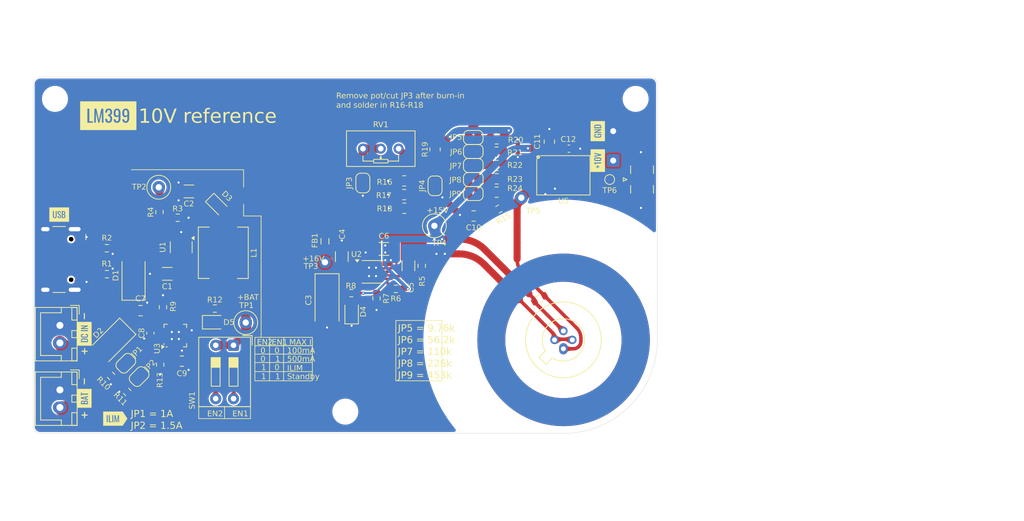
<source format=kicad_pcb>
(kicad_pcb
	(version 20241229)
	(generator "pcbnew")
	(generator_version "9.0")
	(general
		(thickness 1.6)
		(legacy_teardrops no)
	)
	(paper "A4")
	(layers
		(0 "F.Cu" signal)
		(2 "B.Cu" signal)
		(9 "F.Adhes" user "F.Adhesive")
		(11 "B.Adhes" user "B.Adhesive")
		(13 "F.Paste" user)
		(15 "B.Paste" user)
		(5 "F.SilkS" user "F.Silkscreen")
		(7 "B.SilkS" user "B.Silkscreen")
		(1 "F.Mask" user)
		(3 "B.Mask" user)
		(17 "Dwgs.User" user "User.Drawings")
		(19 "Cmts.User" user "User.Comments")
		(21 "Eco1.User" user "User.Eco1")
		(23 "Eco2.User" user "User.Eco2")
		(25 "Edge.Cuts" user)
		(27 "Margin" user)
		(31 "F.CrtYd" user "F.Courtyard")
		(29 "B.CrtYd" user "B.Courtyard")
		(35 "F.Fab" user)
		(33 "B.Fab" user)
		(39 "User.1" user)
		(41 "User.2" user)
		(43 "User.3" user)
		(45 "User.4" user)
	)
	(setup
		(stackup
			(layer "F.SilkS"
				(type "Top Silk Screen")
			)
			(layer "F.Paste"
				(type "Top Solder Paste")
			)
			(layer "F.Mask"
				(type "Top Solder Mask")
				(thickness 0.01)
			)
			(layer "F.Cu"
				(type "copper")
				(thickness 0.035)
			)
			(layer "dielectric 1"
				(type "core")
				(thickness 1.51)
				(material "FR4")
				(epsilon_r 4.5)
				(loss_tangent 0.02)
			)
			(layer "B.Cu"
				(type "copper")
				(thickness 0.035)
			)
			(layer "B.Mask"
				(type "Bottom Solder Mask")
				(thickness 0.01)
			)
			(layer "B.Paste"
				(type "Bottom Solder Paste")
			)
			(layer "B.SilkS"
				(type "Bottom Silk Screen")
			)
			(copper_finish "None")
			(dielectric_constraints no)
		)
		(pad_to_mask_clearance 0)
		(allow_soldermask_bridges_in_footprints no)
		(tenting front back)
		(grid_origin 38.2 89.55)
		(pcbplotparams
			(layerselection 0x00000000_00000000_55555555_5755f5ff)
			(plot_on_all_layers_selection 0x00000000_00000000_00000000_00000000)
			(disableapertmacros no)
			(usegerberextensions no)
			(usegerberattributes yes)
			(usegerberadvancedattributes yes)
			(creategerberjobfile yes)
			(dashed_line_dash_ratio 12.000000)
			(dashed_line_gap_ratio 3.000000)
			(svgprecision 4)
			(plotframeref no)
			(mode 1)
			(useauxorigin no)
			(hpglpennumber 1)
			(hpglpenspeed 20)
			(hpglpendiameter 15.000000)
			(pdf_front_fp_property_popups yes)
			(pdf_back_fp_property_popups yes)
			(pdf_metadata yes)
			(pdf_single_document no)
			(dxfpolygonmode yes)
			(dxfimperialunits yes)
			(dxfusepcbnewfont yes)
			(psnegative no)
			(psa4output no)
			(plot_black_and_white yes)
			(sketchpadsonfab no)
			(plotpadnumbers no)
			(hidednponfab no)
			(sketchdnponfab yes)
			(crossoutdnponfab yes)
			(subtractmaskfromsilk no)
			(outputformat 1)
			(mirror no)
			(drillshape 1)
			(scaleselection 1)
			(outputdirectory "")
		)
	)
	(net 0 "")
	(net 1 "GND")
	(net 2 "VDD")
	(net 3 "Net-(D3-K)")
	(net 4 "+16V")
	(net 5 "Net-(U2-SET)")
	(net 6 "+15V")
	(net 7 "VCC")
	(net 8 "+BATT")
	(net 9 "Net-(C10-Pad1)")
	(net 10 "Net-(D1-A)")
	(net 11 "Net-(D2-A)")
	(net 12 "Net-(D3-A)")
	(net 13 "Net-(D4-A)")
	(net 14 "Net-(D5-A)")
	(net 15 "Net-(D5-K)")
	(net 16 "unconnected-(J1-D+-PadA6)")
	(net 17 "Net-(J1-CC1)")
	(net 18 "unconnected-(J1-D--PadB7)")
	(net 19 "unconnected-(J1-D+-PadB6)")
	(net 20 "unconnected-(J1-SBU1-PadA8)")
	(net 21 "Net-(J1-CC2)")
	(net 22 "unconnected-(J1-SBU2-PadB8)")
	(net 23 "unconnected-(J1-D--PadA7)")
	(net 24 "+10V")
	(net 25 "Net-(JP1-B)")
	(net 26 "Net-(JP1-A)")
	(net 27 "Net-(JP2-A)")
	(net 28 "Net-(JP3-A)")
	(net 29 "Net-(JP4-B)")
	(net 30 "Net-(JP5-B)")
	(net 31 "Net-(JP6-A)")
	(net 32 "Net-(JP7-A)")
	(net 33 "Net-(JP8-A)")
	(net 34 "Net-(JP9-A)")
	(net 35 "Net-(U1-FB)")
	(net 36 "Net-(U2-PGFB)")
	(net 37 "Net-(U3-ILIM)")
	(net 38 "Net-(U3-TS)")
	(net 39 "Net-(U5-+)")
	(net 40 "Net-(U5--)")
	(net 41 "Net-(U3-EN1)")
	(net 42 "Net-(U3-EN2)")
	(net 43 "unconnected-(U1-OC-Pad6)")
	(net 44 "unconnected-(U3-~{PGOOD}-Pad7)")
	(net 45 "unconnected-(U3-ITERM-Pad15)")
	(net 46 "unconnected-(U5-OFF-Pad8)")
	(net 47 "unconnected-(U5-OFF-Pad1)")
	(net 48 "unconnected-(U5-NC-Pad5)")
	(footprint "Resistor_SMD:R_0805_2012Metric" (layer "F.Cu") (at 92.1125 57.45))
	(footprint "Capacitor_SMD:C_1206_3216Metric" (layer "F.Cu") (at 92.7 65.65 90))
	(footprint "Resistor_SMD:R_0603_1608Metric" (layer "F.Cu") (at 88.15 70.3 -90))
	(footprint "Package_DFN_QFN:VQFN-16-1EP_3x3mm_P0.5mm_EP1.6x1.6mm_ThermalVias" (layer "F.Cu") (at 59.4625 75.6 90))
	(footprint "LED_SMD:LED_0805_2012Metric" (layer "F.Cu") (at 84.6 72.25 90))
	(footprint "Jumper:SolderJumper-2_P1.3mm_Open_RoundedPad1.0x1.5mm" (layer "F.Cu") (at 101.95 51.35 180))
	(footprint "kibuzzard-68B1BEED" (layer "F.Cu") (at 42.9 58.35))
	(footprint "Resistor_SMD:R_0603_1608Metric" (layer "F.Cu") (at 50.3 81.35 -45))
	(footprint "TestPoint:TestPoint_Loop_D2.60mm_Drill0.9mm_Beaded" (layer "F.Cu") (at 108.800707 55.95))
	(footprint "Jumper:SolderJumper-2_P1.3mm_Bridged_RoundedPad1.0x1.5mm" (layer "F.Cu") (at 101.95 47.35))
	(footprint "Resistor_SMD:R_0603_1608Metric" (layer "F.Cu") (at 94.6 65.65 90))
	(footprint "Diode_SMD:D_SMA" (layer "F.Cu") (at 50.2 76.75 -135))
	(footprint "Inductor_SMD:L_APV_APH0630" (layer "F.Cu") (at 66.3 63.8 90))
	(footprint "Inductor_SMD:L_0805_2012Metric" (layer "F.Cu") (at 80.8 62.15 -90))
	(footprint "Jumper:SolderJumper-2_P1.3mm_Open_RoundedPad1.0x1.5mm" (layer "F.Cu") (at 101.95 55.35 180))
	(footprint "Resistor_SMD:R_0603_1608Metric" (layer "F.Cu") (at 105.6 57.55 -151))
	(footprint "Resistor_SMD:R_0603_1608Metric" (layer "F.Cu") (at 57.3 79.75 -90))
	(footprint "MountingHole:MountingHole_3.2mm_M3_ISO14580" (layer "F.Cu") (at 125.1 41.85))
	(footprint "TestPoint:TestPoint_Loop_D2.60mm_Drill0.9mm_Beaded" (layer "F.Cu") (at 57.1 54.45))
	(footprint "Jumper:SolderJumper-2_P1.3mm_Bridged_RoundedPad1.0x1.5mm" (layer "F.Cu") (at 86.2 53.85 -90))
	(footprint "Capacitor_SMD:C_1206_3216Metric" (layer "F.Cu") (at 58.3 66.8 180))
	(footprint "kibuzzard-68B1BFE7" (layer "F.Cu") (at 49.9 44.25))
	(footprint "Resistor_SMD:R_0603_1608Metric" (layer "F.Cu") (at 52.6 83.65 135))
	(footprint "TestPoint:TestPoint_Pad_D1.0mm" (layer "F.Cu") (at 121.4 53.35))
	(footprint "Package_TO_SOT_THT:Analog_TO-46-4_ThermalShield"
		(layer "F.Cu")
		(uuid "53b9947c-ef0d-4d9b-98be-dbb565e35f00")
		(at 114.8 77.49 90)
		(descr "TO-46-4 with Valox case, based on https://www.analog.com/media/en/technical-documentation/data-sheets/199399fc.pdf")
		(tags "TO-46-4 LM399")
		(property "Reference" "U4"
			(at -0.26 -6.57 90)
			(layer "F.SilkS")
			(hide yes)
			(uuid "4242cb4a-4e9c-4883-a1c5-d5d57939263d")
			(effects
				(font
					(face "Oswald")
					(size 0.8 0.8)
					(thickness 0.15)
				)
			)
			(render_cache "U4" 90
				(polygon
					(pts
						(xy 108.572062 78.019839) (xy 108.56723 78.082334) (xy 108.554095 78.130823) (xy 108.534009 78.168241)
						(xy 108.50558 78.199749) (xy 108.470497 78.224112) (xy 108.427617 78.241611) (xy 108.381613 78.252208)
						(xy 108.325091 78.259196) (xy 108.256256 78.261737) (xy 107.654784 78.261737) (xy 107.654784 78.140788)
						(xy 108.261825 78.140788) (xy 108.330828 78.137546) (xy 108.381846 78.129019) (xy 108.418678 78.116706)
						(xy 108.441735 78.102023) (xy 108.458156 78.081896) (xy 108.46859 78.055194) (xy 108.472411 78.019839)
						(xy 108.468589 77.984457) (xy 108.458153 77.95774) (xy 108.441732 77.937606) (xy 108.418678 77.922923)
						(xy 108.381846 77.91061) (xy 108.330828 77.902083) (xy 108.261825 77.898841) (xy 107.654784 77.898841)
						(xy 107.654784 77.779015) (xy 108.256256 77.779015) (xy 108.325089 77.781562) (xy 108.381611 77.788567)
						(xy 108.427617 77.79919) (xy 108.470537 77.816621) (xy 108.505617 77.840799) (xy 108.534009 77.871974)
						(xy 108.554071 77.909027) (xy 108.567217 77.957309)
					)
				)
				(polygon
					(pts
						(xy 108.318978 77.294144) (xy 108.562 77.294144) (xy 108.562 77.408401) (xy 108.318978 77.408401)
						(xy 108.318978 77.671597) (xy 108.193535 77.671597) (xy 107.654784 77.435268) (xy 107.654784 77.408401)
						(xy 107.800401 77.408401) (xy 108.212537 77.556217) (xy 108.212537 77.408401) (xy 107.800401 77.408401)
						(xy 107.654784 77.408401) (xy 107.654784 77.294144) (xy 108.212537 77.294144) (xy 108.212537 77.192246)
						(xy 108.318978 77.192246)
					)
				)
			)
		)
		(property "Value" "LM399"
			(at 1.27 3.556 90)
			(layer "F.Fab")
			(uuid "ba45793c-01c1-4173-8f55-8aaec25bae45")
			(effects
				(font
					(size 1 1)
					(thickness 0.15)
				)
			)
		)
		(property "Datasheet" "https://www.analog.com/media/en/technical-documentation/data-sheets/199399fc.pdf"
			(at 0 0 90)
			(unlocked yes)
			(layer "F.Fab")
			(hide yes)
			(uuid "113613dc-44f2-48a5-8c26-e29365f008ca")
			(effects
				(font
					(size 1.27 1.27)
					(thickness 0.15)
				)
			)
		)
		(property "Description" "Precision Reference, 6.95V, Buried Zener Diode with Thermal Shielding Can, TO-46-4"
			(at 0 0 90)
			(unlocked yes)
			(layer "F.Fab")
			(hide yes)
			(uuid "dbe88b7d-bcc0-4f1f-9df6-50f52ef96b06")
			(effects
				(font
					(size 1.27 1.27)
					(thickness 0.15)
				)
			)
		)
		(property ki_fp_filters "Analog*TO?46*")
		(path "/02a25646-b344-4d09-9dc8-8b8d8f831bee")
		(sheetname "/")
		(sheetfile "lm399.kicad_sch")
		(attr through_hole)
		(fp_line
			(start -1.224499 -3.484448)
			(end -2.214448 -2.494499)
			(stroke
				(width 0.12)
				(type solid)
			)
			(layer "F.SilkS")
			(uuid "c1bc6d63-c7a9-4844-817b-85246aa57966")
		)
		(fp_line
			(start -0.312331 -2.572281)
			(end -1.224499 -3.484448)
			(stroke
				(width 0.12)
				(type solid)
			)
			(layer "F.SilkS")
			(uuid "ed902923-89a0-4e73-a798-8fe37d64b19d")
		)
		(fp_line
			(start -2.214448 -2.494499)
			(end -1.302281 -1.582331)
			(stroke
				(width 0.12)
				(type solid)
			)
			(layer "F.SilkS")
			(uuid "93f39aa7-1f21-4662-9236-db1066bcd632")
		)
		(fp_arc
			(start -0.312331 -2.572281)
			(mid 3.405374 2.135551)
			(end -1.30215 -1.582544)
			(stroke
				(width 0.12)
				(type solid)
			)
			(layer "F.SilkS")
			(uuid "67d751ca-8917-465b-9069-9f08a64da9eb")
		)
		(fp_circle
			(center 1.27 0)
			(end 6.67 0)
			(stroke
				(width 0.12)
				(type solid)
			)
			(fill no)
			(layer "F.SilkS")
			(uuid "a95b389d-747b-46b2-aa2a-5d957665eb8c")
		)
		(fp_circle
			(center 1.27 0)
			(end 7.27 0)
			(stroke
				(width 0.05)
				(type solid)
			)
			(fill no)
			(layer "F.CrtYd")
			(uuid "9a68cee3-c839-4b97-ab35-e2cd82a191ee")
		)
		(fp_line
			(start -1.156372 -3.246616)
			(end -1.976616 -2.426372)
			(stroke
				(width 0.1)
				(type solid)
			)
			(layer "F.Fab")
			(uuid "17fd0df0-b156-4fb0-ac41-84e257bd20cf")
		)
		(fp_line
			(start -1.976616 -2.426372)
			(end -1.149301 -1.599057)
			(stroke
				(width 0.1)
				(type solid)
			)
			(layer "F.Fab")
			(uuid "c180e8a0-d7b0-4afe-909b-923124b77f90")
		)
		(fp_line
			(start -0.329057 -2.419301)
			(end -1.156372 -3.246616)
			(stroke
				(width 0.1)
				(type solid)
			)
			(layer "F.Fab")
			(uuid "1b822cbf-d890-4946-9a58-514d60ae82dd")
		)
		(fp_arc
			(start -0.329057 -2.419301)
			(mid 3.321076 2.050143)
			(end -1.150029 -1.597956)
			(stroke
				(width 0.1)
				(type solid)
			)
			(layer "F.Fab")
			(uuid "86bfdf0a-9c96-4db7-a9eb-cbd5d8038dae")
		)
		(fp_circle
			(center 1.27 0)
			(end 6.477 0)
			(stroke
				(width 0.1)
				(type solid)
			)
			(fill no)
			(layer "F.Fab")
			(uuid "f3bbbd1d-735e-4bb8-bb01-cea542beb377")
		)
		(fp_text user "${REFERENCE}"
			(at 1.25 0 90)
			(layer "F.Fab")
			(uuid "72974964-d4c4-4787-b667-6734fd86248a")
			(effects
				(font
					(size 1 1)
					(thickness 0.15)
				)
			)
		)
		(fp_text user "REF**"
			(at 2.032 -6.477 90)
			(layer "F.Fab")
			(uuid "d938c0c8-5040-4368-80a0-6973d80cf7af")
			(effects
				(font
					(size 1 1)
					(thickness 0.15)
				)
			)
		)
		(pad "1" thru_hole oval
			(at 0 0 90)
			(size 1.6 1.2)
			(drill 0.7)
			(layers "*.Cu" "*.Mask")
			(remove_unused_layers no)
			(net 39 "Net-(U5-+)")
			(pintype "passive")
			(teardrops
				(best_length_ratio 0.5)
				(max_length 1)
				(best_width_ratio 1)
				(max_width 2)
				(curved_edges yes)
				(filter_ratio 0.9)
				(enabled yes)
				(allow_two_segments yes)
				(prefer_zone_connections yes)
			)
			(uuid "a3b828e1-4664-4213-b5d5-013f16399c61")
		)
		(pad "2" thru_hole circle
			(at 1.27 1.27 90)
			(size 1.2 1.2)
			(drill 0.7)
			(layers "*.Cu" "*.Mask")
			(remove_unused_layers no)
			(net 1 "GND")
			(pintype "passive")
			(teardrops
				(best_length_ratio 0.5)
				(max_length 1)
				(best_width_ratio 1)
				(max_width 2)
				(curved_edges yes)
				(filter_ratio 0.9)
				(enabled yes)
				(allow_two_segments yes)
				(prefer_zone_connections yes)
			)
			(uuid "3846511c-b6ee-485a-82c7-e4fe9584e998")
		)
		(pad "3" thru_hole circle
			(at 2.54 0 90)
			(size 1.2 1.2)
			(drill 0.7)
			(layers "*.Cu" "*.Mask")
			(remove_unused_layers no)
			(net 6 "+15V")
			(pintype "power_in")
			(teardrops
				(
... [1011796 chars truncated]
</source>
